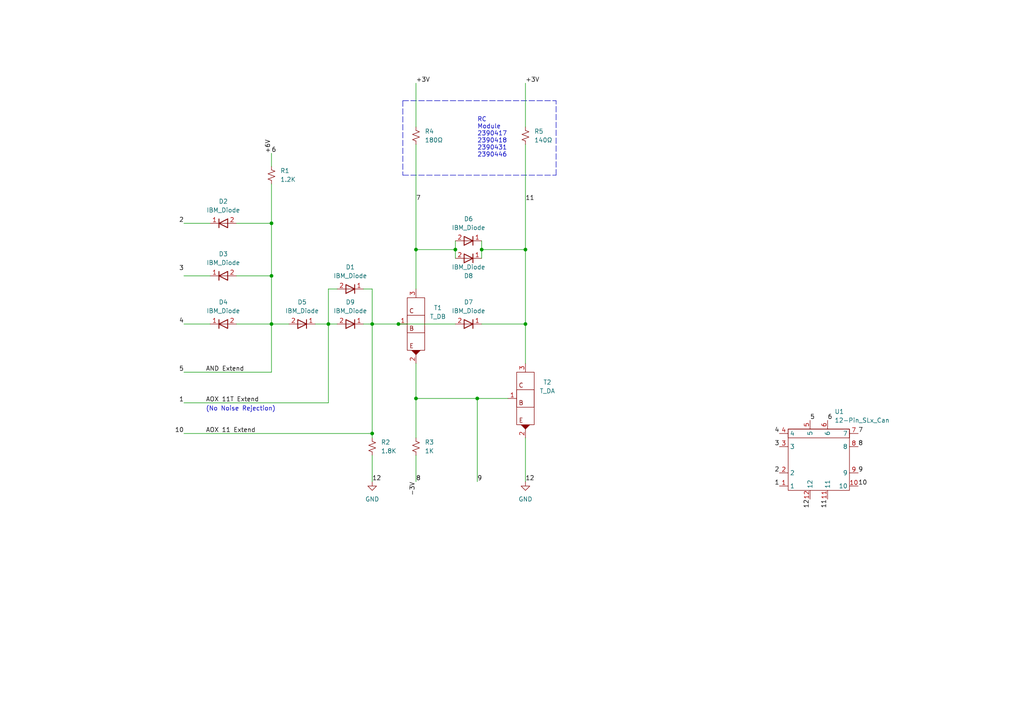
<source format=kicad_sch>
(kicad_sch (version 20211123) (generator eeschema)
  (paper "A4")
  (lib_symbols
    (symbol "Device:R_Small_US" (pin_numbers hide) (pin_names (offset 0.254) hide)
      (property "Reference" "R" (at 0.762 0.508 0))
      (property "Value" "R_Small_US" (at 0.762 -1.016 0))
      (symbol "R_Small_US_1_1"
        (polyline (pts (xy 0 0) (xy 1.016 -0.381) (xy 0 -0.762) (xy -1.016 -1.143) (xy 0 -1.524)))
        (polyline (pts (xy 0 1.524) (xy 1.016 1.143) (xy 0 0.762) (xy -1.016 0.381) (xy 0 0)))
        (pin passive line (at 0 2.54 270) (length 1.016) (name "~") (number "1"))
        (pin passive line (at 0 -2.54 90) (length 1.016) (name "~") (number "2"))
      )
    )
    (symbol "IBM_SLT-SLD:12-Pin_SLx_Can"
      (property "Reference" "U" (at 0 -2.54 0))
      (property "Value" "12-Pin_SLx_Can" (at 0 0 0))
      (symbol "12-Pin_SLx_Can_0_1"
        (rectangle (start -8.89 8.89) (end 8.89 -8.89))
        (rectangle (start -8.89 8.89) (end 8.89 6.35))
      )
      (symbol "12-Pin_SLx_Can_1_1"
        (pin passive line (at -11.43 -7.62 0) (length 2.54) (name "1") (number "1"))
        (pin passive line (at 11.43 -7.62 180) (length 2.54) (name "10") (number "10"))
        (pin passive line (at 2.54 -11.43 90) (length 2.54) (name "11") (number "11"))
        (pin passive line (at -2.54 -11.43 90) (length 2.54) (name "12") (number "12"))
        (pin passive line (at -11.43 -3.81 0) (length 2.54) (name "2") (number "2"))
        (pin passive line (at -11.43 3.81 0) (length 2.54) (name "3") (number "3"))
        (pin passive line (at -11.43 7.62 0) (length 2.54) (name "4") (number "4"))
        (pin passive line (at -2.54 11.43 270) (length 2.54) (name "5") (number "5"))
        (pin passive line (at 2.54 11.43 270) (length 2.54) (name "6") (number "6"))
        (pin passive line (at 11.43 7.62 180) (length 2.54) (name "7") (number "7"))
        (pin passive line (at 11.43 3.81 180) (length 2.54) (name "8") (number "8"))
        (pin passive line (at 11.43 -3.81 180) (length 2.54) (name "9") (number "9"))
      )
    )
    (symbol "IBM_SLT-SLD:IBM_Diode"
      (property "Reference" "D" (at 0 5.08 0))
      (property "Value" "IBM_Diode" (at 0 2.54 0))
      (symbol "IBM_Diode_0_1"
        (polyline (pts (xy -1.27 1.27) (xy -1.27 -1.27)) (stroke (width 0.254)))
        (polyline (pts (xy 1.27 0) (xy -1.27 0)))
        (polyline (pts (xy 1.27 1.27) (xy 1.27 -1.27) (xy -1.27 0) (xy 1.27 1.27)) (stroke (width 0.254)))
      )
      (symbol "IBM_Diode_1_1"
        (pin passive line (at -3.81 0 0) (length 2.54) (name "K") (number "1"))
        (pin passive line (at 3.81 0 180) (length 2.54) (name "A") (number "2"))
      )
    )
    (symbol "IBM_SLT-SLD:T_DA"
      (property "Reference" "T" (at 0 5.08 0))
      (property "Value" "T_DA" (at 7.62 8.89 0))
      (symbol "T_DA_0_0"
        (text "B" (at -1.27 -1.27 0) (effects (font (size 1.27 1.27))))
        (text "C" (at -1.27 3.81 0) (effects (font (size 1.27 1.27))))
        (text "E" (at -1.27 -6.35 0) (effects (font (size 1.27 1.27))))
      )
      (symbol "T_DA_0_1"
        (rectangle (start -2.54 2.54) (end 2.54 -2.54))
        (rectangle (start -2.54 7.62) (end 2.54 -7.62))
        (polyline (pts (xy -1.27 -7.62) (xy 0 -8.89) (xy 1.27 -7.62)) (fill (type outline)))
      )
      (symbol "T_DA_1_1"
        (pin passive line (at -5.08 0 0) (length 2.54) (name "B") (number "1"))
        (pin passive line (at 0 -11.43 90) (length 2.54) (name "E") (number "2"))
        (pin passive line (at 0 10.16 270) (length 2.54) (name "C") (number "3"))
      )
    )
    (symbol "IBM_SLT-SLD:T_DB"
      (property "Reference" "T" (at 0 5.08 0))
      (property "Value" "T_DB" (at 7.62 8.89 0))
      (symbol "T_DB_0_0"
        (text "B" (at -1.27 -1.27 0) (effects (font (size 1.27 1.27))))
        (text "C" (at -1.27 3.81 0) (effects (font (size 1.27 1.27))))
        (text "E" (at -1.27 -6.35 0) (effects (font (size 1.27 1.27))))
      )
      (symbol "T_DB_0_1"
        (rectangle (start -2.54 2.54) (end 2.54 -2.54))
        (rectangle (start -2.54 7.62) (end 2.54 -7.62))
        (polyline (pts (xy -1.27 -7.62) (xy 0 -8.89) (xy 1.27 -7.62)) (fill (type outline)))
      )
      (symbol "T_DB_1_1"
        (pin passive line (at -5.08 0 0) (length 2.54) (name "B") (number "1"))
        (pin passive line (at 0 -11.43 90) (length 2.54) (name "E") (number "2"))
        (pin passive line (at 0 10.16 270) (length 2.54) (name "C") (number "3"))
      )
    )
    (symbol "power:GND" (power) (pin_names (offset 0))
      (property "Value" "GND" (at 0 -3.81 0))
      (symbol "GND_0_1"
        (polyline (pts (xy 0 0) (xy 0 -1.27) (xy 1.27 -1.27) (xy 0 -2.54) (xy -1.27 -1.27) (xy 0 -1.27)))
      )
      (symbol "GND_1_1"
        (pin power_in line (at 0 0 270) (length 0) hide (name "GND") (number "1"))
      )
    )
  )
  (junction (at 152.4 72.39))
  (junction (at 139.7 72.39))
  (junction (at 78.74 80.01))
  (junction (at 107.95 125.73))
  (junction (at 115.57 93.98))
  (junction (at 152.4 93.98))
  (junction (at 132.08 72.39))
  (junction (at 78.74 64.77))
  (junction (at 107.95 93.98))
  (junction (at 138.43 115.57))
  (junction (at 120.65 115.57))
  (junction (at 120.65 72.39))
  (junction (at 78.74 93.98))
  (junction (at 95.25 93.98))
  (wire (pts (xy 107.95 125.73) (xy 107.95 127)))
  (wire (pts (xy 53.34 125.73) (xy 107.95 125.73)))
  (wire (pts (xy 78.74 80.01) (xy 78.74 93.98)))
  (wire (pts (xy 95.25 93.98) (xy 95.25 83.82)))
  (wire (pts (xy 53.34 80.01) (xy 60.96 80.01)))
  (wire (pts (xy 78.74 64.77) (xy 78.74 80.01)))
  (wire (pts (xy 107.95 83.82) (xy 107.95 93.98)))
  (wire (pts (xy 105.41 83.82) (xy 107.95 83.82)))
  (polyline (pts (xy 116.84 50.8) (xy 161.29 50.8)))
  (wire (pts (xy 78.74 93.98) (xy 83.82 93.98)))
  (wire (pts (xy 152.4 24.13) (xy 152.4 36.83)))
  (wire (pts (xy 132.08 69.85) (xy 132.08 72.39)))
  (wire (pts (xy 139.7 72.39) (xy 139.7 74.93)))
  (wire (pts (xy 120.65 115.57) (xy 120.65 127)))
  (wire (pts (xy 120.65 72.39) (xy 120.65 83.82)))
  (wire (pts (xy 120.65 132.08) (xy 120.65 139.7)))
  (wire (pts (xy 152.4 72.39) (xy 139.7 72.39)))
  (wire (pts (xy 152.4 93.98) (xy 152.4 72.39)))
  (wire (pts (xy 78.74 64.77) (xy 68.58 64.77)))
  (wire (pts (xy 152.4 41.91) (xy 152.4 72.39)))
  (wire (pts (xy 152.4 127) (xy 152.4 139.7)))
  (polyline (pts (xy 161.29 50.8) (xy 161.29 29.21)))
  (polyline (pts (xy 116.84 29.21) (xy 116.84 50.8)))
  (wire (pts (xy 53.34 93.98) (xy 60.96 93.98)))
  (wire (pts (xy 138.43 115.57) (xy 147.32 115.57)))
  (wire (pts (xy 78.74 80.01) (xy 68.58 80.01)))
  (wire (pts (xy 95.25 93.98) (xy 91.44 93.98)))
  (wire (pts (xy 107.95 93.98) (xy 107.95 125.73)))
  (wire (pts (xy 132.08 72.39) (xy 120.65 72.39)))
  (wire (pts (xy 53.34 64.77) (xy 60.96 64.77)))
  (wire (pts (xy 53.34 107.95) (xy 78.74 107.95)))
  (wire (pts (xy 152.4 93.98) (xy 152.4 105.41)))
  (wire (pts (xy 139.7 93.98) (xy 152.4 93.98)))
  (wire (pts (xy 138.43 115.57) (xy 120.65 115.57)))
  (wire (pts (xy 95.25 116.84) (xy 95.25 93.98)))
  (polyline (pts (xy 116.84 29.21) (xy 161.29 29.21)))
  (wire (pts (xy 139.7 69.85) (xy 139.7 72.39)))
  (wire (pts (xy 78.74 53.34) (xy 78.74 64.77)))
  (wire (pts (xy 105.41 93.98) (xy 107.95 93.98)))
  (wire (pts (xy 138.43 139.7) (xy 138.43 115.57)))
  (wire (pts (xy 120.65 105.41) (xy 120.65 115.57)))
  (wire (pts (xy 78.74 44.45) (xy 78.74 48.26)))
  (wire (pts (xy 53.34 116.84) (xy 95.25 116.84)))
  (wire (pts (xy 95.25 93.98) (xy 97.79 93.98)))
  (wire (pts (xy 78.74 107.95) (xy 78.74 93.98)))
  (wire (pts (xy 107.95 132.08) (xy 107.95 139.7)))
  (wire (pts (xy 115.57 93.98) (xy 132.08 93.98)))
  (wire (pts (xy 120.65 24.13) (xy 120.65 36.83)))
  (wire (pts (xy 68.58 93.98) (xy 78.74 93.98)))
  (wire (pts (xy 132.08 72.39) (xy 132.08 74.93)))
  (wire (pts (xy 120.65 41.91) (xy 120.65 72.39)))
  (wire (pts (xy 95.25 83.82) (xy 97.79 83.82)))
  (wire (pts (xy 107.95 93.98) (xy 115.57 93.98)))
  (text "RC\nModule\n2390417\n2390418\n2390431\n2390446" (at 138.43 45.72 0) (effects (font (size 1.27 1.27)) (justify left bottom)))
  (text "(No Noise Rejection)" (at 59.69 119.38 0) (effects (font (size 1.27 1.27)) (justify left bottom)))
  (label "8" (at 120.65 139.7 0))
  (label "9" (at 248.92 137.16 0))
  (label "7" (at 248.92 125.73 0))
  (label "5" (at 53.34 107.95 180))
  (label "+6V" (at 78.74 44.45 90))
  (label "5" (at 234.95 121.92 0))
  (label "11" (at 240.03 144.78 270))
  (label "10" (at 53.34 125.73 180))
  (label "+3V" (at 120.65 24.13 0))
  (label "7" (at 120.65 58.42 0))
  (label "AOX 11 Extend" (at 59.69 125.73 0))
  (label "12" (at 152.4 139.7 0))
  (label "2" (at 53.34 64.77 180))
  (label "6" (at 78.74 44.45 0))
  (label "AND Extend" (at 59.69 107.95 0))
  (label "4" (at 226.06 125.73 180))
  (label "10" (at 248.92 140.97 0))
  (label "11" (at 152.4 58.42 0))
  (label "3" (at 226.06 129.54 180))
  (label "8" (at 248.92 129.54 0))
  (label "1" (at 226.06 140.97 180))
  (label "AOX 11T Extend" (at 59.69 116.84 0))
  (label "1" (at 53.34 116.84 180))
  (label "12" (at 234.95 144.78 270))
  (label "4" (at 53.34 93.98 180))
  (label "12" (at 107.95 139.7 0))
  (label "3" (at 53.34 78.74 180))
  (label "2" (at 226.06 137.16 180))
  (label "+3V" (at 152.4 24.13 0))
  (label "9" (at 138.43 139.7 0))
  (label "6" (at 240.03 121.92 0))
  (label "-3V" (at 120.65 139.7 270))
  (symbol (lib_id "IBM_SLT-SLD:IBM_Diode") (at 135.89 74.93 180) (unit 1)
    (property "Reference" "D8" (at 135.89 80.01 0))
    (property "Value" "IBM_Diode" (at 135.89 77.47 0))
    (property "Footprint" "Diode_SMD:D_0201_0603Metric" (effects hide))
  )
  (symbol (lib_id "power:GND") (at 152.4 139.7 0) (unit 1)
    (property "Reference" "#PWR0102" (effects hide))
    (property "Value" "GND" (at 152.4 144.78 0))
  )
  (symbol (lib_id "Device:R_Small_US") (at 78.74 50.8 0) (unit 1)
    (property "Reference" "R1" (at 81.28 49.5299 0) (effects (justify left)))
    (property "Value" "1.2K" (at 81.28 52.0699 0) (effects (justify left)))
    (property "Footprint" "Resistor_SMD:R_0201_0603Metric" (effects hide))
  )
  (symbol (lib_id "IBM_SLT-SLD:IBM_Diode") (at 87.63 93.98 180) (unit 1)
    (property "Reference" "D5" (at 87.63 87.63 0))
    (property "Value" "IBM_Diode" (at 87.63 90.17 0))
    (property "Footprint" "Diode_SMD:D_0201_0603Metric" (effects hide))
  )
  (symbol (lib_id "IBM_SLT-SLD:IBM_Diode") (at 101.6 83.82 180) (unit 1)
    (property "Reference" "D1" (at 101.6 77.47 0))
    (property "Value" "IBM_Diode" (at 101.6 80.01 0))
    (property "Footprint" "Diode_SMD:D_0201_0603Metric" (effects hide))
  )
  (symbol (lib_id "IBM_SLT-SLD:12-Pin_SLx_Can") (at 237.49 133.35 0) (unit 1)
    (property "Reference" "U1" (at 242.0494 119.38 0) (effects (justify left)))
    (property "Value" "12-Pin_SLx_Can" (at 242.0494 121.92 0) (effects (justify left)))
    (property "Footprint" "IBM_SLT-SLD:12-Pin_SLx_Can" (effects hide))
  )
  (symbol (lib_id "IBM_SLT-SLD:IBM_Diode") (at 64.77 64.77 0) (unit 1)
    (property "Reference" "D2" (at 64.77 58.42 0))
    (property "Value" "IBM_Diode" (at 64.77 60.96 0))
    (property "Footprint" "Diode_SMD:D_0201_0603Metric" (effects hide))
  )
  (symbol (lib_id "Device:R_Small_US") (at 152.4 39.37 0) (unit 1)
    (property "Reference" "R5" (at 154.94 38.0999 0) (effects (justify left)))
    (property "Value" "140Ω" (at 154.94 40.6399 0) (effects (justify left)))
  )
  (symbol (lib_id "IBM_SLT-SLD:IBM_Diode") (at 101.6 93.98 180) (unit 1)
    (property "Reference" "D9" (at 101.6 87.63 0))
    (property "Value" "IBM_Diode" (at 101.6 90.17 0))
    (property "Footprint" "Diode_SMD:D_0201_0603Metric" (effects hide))
  )
  (symbol (lib_id "IBM_SLT-SLD:T_DB") (at 120.65 93.98 0) (unit 1)
    (property "Reference" "T1" (at 127 89.281 0))
    (property "Value" "T_DB" (at 127 91.821 0))
    (property "Footprint" "Package_DFN_QFN:Diodes_DFN1006-3" (effects hide))
  )
  (symbol (lib_id "power:GND") (at 107.95 139.7 0) (unit 1)
    (property "Reference" "#PWR0101" (effects hide))
    (property "Value" "GND" (at 107.95 144.78 0))
  )
  (symbol (lib_id "IBM_SLT-SLD:T_DA") (at 152.4 115.57 0) (unit 1)
    (property "Reference" "T2" (at 158.75 110.871 0))
    (property "Value" "T_DA" (at 158.75 113.411 0))
    (property "Footprint" "Package_DFN_QFN:Diodes_DFN1006-3" (effects hide))
  )
  (symbol (lib_id "IBM_SLT-SLD:IBM_Diode") (at 64.77 80.01 0) (unit 1)
    (property "Reference" "D3" (at 64.77 73.66 0))
    (property "Value" "IBM_Diode" (at 64.77 76.2 0))
    (property "Footprint" "Diode_SMD:D_0201_0603Metric" (effects hide))
  )
  (symbol (lib_id "Device:R_Small_US") (at 107.95 129.54 0) (unit 1)
    (property "Reference" "R2" (at 110.49 128.2699 0) (effects (justify left)))
    (property "Value" "1.8K" (at 110.49 130.8099 0) (effects (justify left)))
    (property "Footprint" "Resistor_SMD:R_0201_0603Metric" (effects hide))
  )
  (symbol (lib_id "IBM_SLT-SLD:IBM_Diode") (at 135.89 69.85 180) (unit 1)
    (property "Reference" "D6" (at 135.89 63.5 0))
    (property "Value" "IBM_Diode" (at 135.89 66.04 0))
    (property "Footprint" "Diode_SMD:D_0201_0603Metric" (effects hide))
  )
  (symbol (lib_id "IBM_SLT-SLD:IBM_Diode") (at 64.77 93.98 0) (unit 1)
    (property "Reference" "D4" (at 64.77 87.63 0))
    (property "Value" "IBM_Diode" (at 64.77 90.17 0))
    (property "Footprint" "Diode_SMD:D_0201_0603Metric" (effects hide))
  )
  (symbol (lib_id "Device:R_Small_US") (at 120.65 39.37 0) (unit 1)
    (property "Reference" "R4" (at 123.19 38.0999 0) (effects (justify left)))
    (property "Value" "180Ω" (at 123.19 40.6399 0) (effects (justify left)))
  )
  (symbol (lib_id "Device:R_Small_US") (at 120.65 129.54 0) (unit 1)
    (property "Reference" "R3" (at 123.19 128.2699 0) (effects (justify left)))
    (property "Value" "1K" (at 123.19 130.8099 0) (effects (justify left)))
    (property "Footprint" "Resistor_SMD:R_0201_0603Metric" (effects hide))
  )
  (symbol (lib_id "IBM_SLT-SLD:IBM_Diode") (at 135.89 93.98 180) (unit 1)
    (property "Reference" "D7" (at 135.89 87.63 0))
    (property "Value" "IBM_Diode" (at 135.89 90.17 0))
    (property "Footprint" "Diode_SMD:D_0201_0603Metric" (effects hide))
  )
)
</source>
